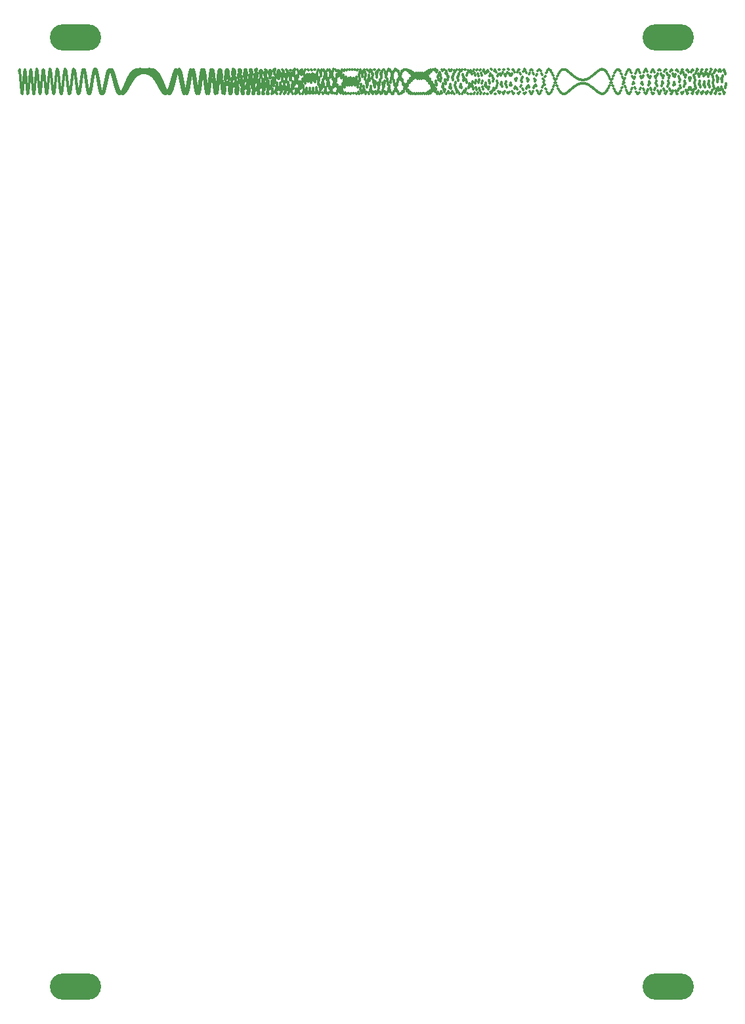
<source format=gts>
G04 Layer: TopSolderMaskLayer*
G04 EasyEDA v6.5.29, 2023-07-16 15:11:24*
G04 6b2ea49bd14843f1a595022ae84b5af3,5a6b42c53f6a479593ecc07194224c93,10*
G04 Gerber Generator version 0.2*
G04 Scale: 100 percent, Rotated: No, Reflected: No *
G04 Dimensions in millimeters *
G04 leading zeros omitted , absolute positions ,4 integer and 5 decimal *
%FSLAX45Y45*%
%MOMM*%

%ADD10C,0.3556*%
%ADD11O,6.6032126X3.4031936000000003*%

%LPD*%
D10*
X254000Y12084850D02*
G01*
X262470Y11935414D01*
X1447800Y11979666D02*
G01*
X1456270Y12112396D01*
X9118600Y11922645D02*
G01*
X9127070Y11975528D01*
X9110129Y12135736D02*
G01*
X9118600Y12098053D01*
X9101670Y11843214D02*
G01*
X9110129Y11857111D01*
X9093200Y12147128D02*
G01*
X9101670Y12159978D01*
X9084729Y11902094D02*
G01*
X9093200Y11865744D01*
X9076270Y12031954D02*
G01*
X9084729Y12083211D01*
X9067800Y12046811D02*
G01*
X9076270Y11992513D01*
X9059329Y11890890D02*
G01*
X9067800Y11935848D01*
X9050870Y12152205D02*
G01*
X9059329Y12126650D01*
X9042400Y11844764D02*
G01*
X9050870Y11845373D01*
X9033929Y12129076D02*
G01*
X9042400Y12153272D01*
X9025470Y11931512D02*
G01*
X9033929Y11888198D01*
X9017000Y11998467D02*
G01*
X9025470Y12051078D01*
X9008529Y12076706D02*
G01*
X9017000Y12026546D01*
X9000070Y11870834D02*
G01*
X9008529Y11907553D01*
X8991600Y12158873D02*
G01*
X9000070Y12143475D01*
X8983129Y11851784D02*
G01*
X8991600Y11842755D01*
X8974670Y12111123D02*
G01*
X8983129Y12142335D01*
X8966200Y11955513D02*
G01*
X8974670Y11909107D01*
X8957729Y11974141D02*
G01*
X8966200Y12025609D01*
X8949270Y12096186D02*
G01*
X8957729Y12050674D01*
X8940800Y11859760D02*
G01*
X8949270Y11889729D01*
X8932329Y12160250D02*
G01*
X8940800Y12151946D01*
X8923870Y11859115D02*
G01*
X8932329Y11844276D01*
X8915400Y12097834D02*
G01*
X8923870Y12132437D01*
X8906929Y11971088D02*
G01*
X8915400Y11924146D01*
X8898470Y11959884D02*
G01*
X8906929Y12009338D01*
X8890000Y12106399D02*
G01*
X8898470Y12064608D01*
X8881529Y11854891D02*
G01*
X8890000Y11880601D01*
X8873070Y12159965D02*
G01*
X8881529Y12155332D01*
X8864600Y11863171D02*
G01*
X8873070Y11846054D01*
X8856129Y12092038D02*
G01*
X8864600Y12127179D01*
X8847670Y11976651D02*
G01*
X8856129Y11930694D01*
X8839200Y11955934D02*
G01*
X8847670Y12003465D01*
X8830729Y12108309D02*
G01*
X8839200Y12068553D01*
X8822270Y11854512D02*
G01*
X8830729Y11878835D01*
X8813800Y12159995D02*
G01*
X8822270Y12155617D01*
X8805329Y11862117D02*
G01*
X8813800Y11845975D01*
X8796870Y12095111D02*
G01*
X8805329Y12128400D01*
X8788400Y11971342D02*
G01*
X8796870Y11927469D01*
X8779929Y11962698D02*
G01*
X8788400Y12008718D01*
X8771470Y12101741D02*
G01*
X8779929Y12062233D01*
X8763000Y11858718D02*
G01*
X8771470Y11884441D01*
X8754529Y12160219D02*
G01*
X8763000Y12152845D01*
X8746070Y11856095D02*
G01*
X8754529Y11844027D01*
X8737600Y12107062D02*
G01*
X8746070Y12136089D01*
X8729129Y11954786D02*
G01*
X8737600Y11914299D01*
X8720670Y11981154D02*
G01*
X8729129Y12025647D01*
X8712200Y12085035D02*
G01*
X8720670Y12044530D01*
X8703729Y11869823D02*
G01*
X8712200Y11899216D01*
X8695270Y12157956D02*
G01*
X8703729Y12144672D01*
X8686800Y11847705D02*
G01*
X8695270Y11842800D01*
X8678329Y12125970D02*
G01*
X8686800Y12147941D01*
X8669870Y11927669D02*
G01*
X8678329Y11892668D01*
X8661400Y12012277D02*
G01*
X8669870Y12054128D01*
X8652929Y12055368D02*
G01*
X8661400Y12013839D01*
X8644470Y11892285D02*
G01*
X8652929Y11926526D01*
X8636000Y12147636D02*
G01*
X8644470Y12126267D01*
X8627529Y11842755D02*
G01*
X8636000Y11847921D01*
X8619070Y12146775D02*
G01*
X8627529Y12158395D01*
X8610600Y11893265D02*
G01*
X8619070Y11867014D01*
X8602129Y12055393D02*
G01*
X8610600Y12091807D01*
X8593670Y12010341D02*
G01*
X8602129Y11969737D01*
X8585200Y11931581D02*
G01*
X8593670Y11969879D01*
X8576729Y12121250D02*
G01*
X8585200Y12091230D01*
X8568270Y11850781D02*
G01*
X8576729Y11867995D01*
X8559800Y12159797D02*
G01*
X8568270Y12157819D01*
X8551329Y11859877D02*
G01*
X8559800Y11846562D01*
X8542870Y12105058D02*
G01*
X8551329Y12131377D01*
X8534400Y11951388D02*
G01*
X8542870Y11916227D01*
X8525929Y11990951D02*
G01*
X8534400Y12029567D01*
X8517470Y12070885D02*
G01*
X8525929Y12034545D01*
X8509000Y11883684D02*
G01*
X8517470Y11912483D01*
X8500529Y12150488D02*
G01*
X8509000Y12133249D01*
X8492070Y11842810D02*
G01*
X8500529Y11846234D01*
X8483600Y12147339D02*
G01*
X8492070Y12157961D01*
X8475129Y11888911D02*
G01*
X8483600Y11865985D01*
X8466670Y12065347D02*
G01*
X8475129Y12097171D01*
X8458200Y11994934D02*
G01*
X8466670Y11958749D01*
X8449729Y11950171D02*
G01*
X8458200Y11985724D01*
X8441270Y12103508D02*
G01*
X8449729Y12073371D01*
X8432800Y11862661D02*
G01*
X8441270Y11883491D01*
X8424329Y12158662D02*
G01*
X8432800Y12149714D01*
X8415870Y11846613D02*
G01*
X8424329Y11842750D01*
X8407400Y12134131D02*
G01*
X8415870Y12150054D01*
X8398929Y11907944D02*
G01*
X8407400Y11882213D01*
X8390470Y12044387D02*
G01*
X8398929Y12076473D01*
X8382000Y12014360D02*
G01*
X8390470Y11980044D01*
X8373529Y11934786D02*
G01*
X8382000Y11967065D01*
X8365070Y12113623D02*
G01*
X8373529Y12087280D01*
X8356600Y11857738D02*
G01*
X8365070Y11875101D01*
X8348129Y12159587D02*
G01*
X8356600Y12153074D01*
X8339670Y11847791D02*
G01*
X8348129Y11842904D01*
X8331200Y12132970D02*
G01*
X8339670Y12148449D01*
X8322729Y11907243D02*
G01*
X8331200Y11883186D01*
X8314270Y12048058D02*
G01*
X8322729Y12077793D01*
X8305800Y12007565D02*
G01*
X8314270Y11975609D01*
X8297329Y11943803D02*
G01*
X8305800Y11974395D01*
X8288870Y12104204D02*
G01*
X8297329Y12078276D01*
X8280400Y11865155D02*
G01*
X8288870Y11883720D01*
X8271929Y12156747D02*
G01*
X8280400Y12147344D01*
X8263470Y11843791D02*
G01*
X8271929Y11843245D01*
X8255000Y12145299D02*
G01*
X8263470Y12155500D01*
X8246529Y11886232D02*
G01*
X8255000Y11867642D01*
X8238070Y12076795D02*
G01*
X8246529Y12101705D01*
X8229600Y11973402D02*
G01*
X8238070Y11944802D01*
X8221129Y11979963D02*
G01*
X8229600Y12009363D01*
X8212670Y12070245D02*
G01*
X8221129Y12042899D01*
X8204200Y11892434D02*
G01*
X8212670Y11915167D01*
X8195729Y12140344D02*
G01*
X8204200Y12124245D01*
X8187270Y11845955D02*
G01*
X8195729Y11854091D01*
X8178800Y12159432D02*
G01*
X8187270Y12159790D01*
X8170329Y11855394D02*
G01*
X8178800Y11846786D01*
X8161870Y12122924D02*
G01*
X8170329Y12138812D01*
X8153400Y11915155D02*
G01*
X8161870Y11893562D01*
X8144929Y12045627D02*
G01*
X8153400Y12070915D01*
X8136470Y12002988D02*
G01*
X8144929Y11976229D01*
X8128000Y11954873D02*
G01*
X8136470Y11980837D01*
X8119529Y12089091D02*
G01*
X8128000Y12066015D01*
X8111070Y11880316D02*
G01*
X8119529Y11898729D01*
X8102600Y12146409D02*
G01*
X8111070Y12133994D01*
X8094129Y11844337D02*
G01*
X8102600Y11849955D01*
X8085670Y12158799D02*
G01*
X8094129Y12160206D01*
X8077200Y11855889D02*
G01*
X8085670Y11847766D01*
X8068729Y12124766D02*
G01*
X8077200Y12138817D01*
X8060270Y11909318D02*
G01*
X8068729Y11890535D01*
X8051800Y12056300D02*
G01*
X8060270Y12078337D01*
X8043329Y11987578D02*
G01*
X8051800Y11963928D01*
X8034870Y11973961D02*
G01*
X8043329Y11997550D01*
X8026400Y12068268D02*
G01*
X8034870Y12046315D01*
X8017929Y11900291D02*
G01*
X8026400Y11919191D01*
X8009470Y12130260D02*
G01*
X8017929Y12115538D01*
X8001000Y11853638D02*
G01*
X8009470Y11863382D01*
X7992529Y12159053D02*
G01*
X8001000Y12154743D01*
X7984070Y11843971D02*
G01*
X7992529Y11842767D01*
X7975600Y12149571D02*
G01*
X7984070Y12156033D01*
X7967129Y11871467D02*
G01*
X7975600Y11860298D01*
X7958670Y12106214D02*
G01*
X7967129Y12121281D01*
X7950200Y11927725D02*
G01*
X7958670Y11909734D01*
X7941729Y12040615D02*
G01*
X7950200Y12060430D01*
X7933270Y11998772D02*
G01*
X7941729Y11978264D01*
X7924800Y11968093D02*
G01*
X7933270Y11988185D01*
X7916329Y12068919D02*
G01*
X7924800Y12050260D01*
X7907870Y11903849D02*
G01*
X7916329Y11920176D01*
X7899400Y12124245D02*
G01*
X7907870Y12110956D01*
X7890929Y11859834D02*
G01*
X7899400Y11869557D01*
X7882470Y12155233D02*
G01*
X7890929Y12149399D01*
X7874000Y11842866D02*
G01*
X7882470Y11844703D01*
X7865529Y12157905D02*
G01*
X7874000Y12160008D01*
X7857070Y11854073D02*
G01*
X7865529Y11848299D01*
X7848600Y12133821D02*
G01*
X7857070Y12142881D01*
X7840129Y11889536D02*
G01*
X7848600Y11877713D01*
X7831670Y12088873D02*
G01*
X7840129Y12102876D01*
X7823200Y11941789D02*
G01*
X7831670Y11926255D01*
X7814729Y12031657D02*
G01*
X7823200Y12048058D01*
X7806270Y12001606D02*
G01*
X7814729Y11984987D01*
X7797800Y11971566D02*
G01*
X7806270Y11987794D01*
X7789329Y12059785D02*
G01*
X7797800Y12044512D01*
X7780870Y11917250D02*
G01*
X7789329Y11931091D01*
X7772400Y12108555D02*
G01*
X7780870Y12096544D01*
X7763929Y11875386D02*
G01*
X7772400Y11885272D01*
X7755470Y12142482D02*
G01*
X7763929Y12134936D01*
X7747000Y11850093D02*
G01*
X7755470Y11855195D01*
X7738529Y12158786D02*
G01*
X7747000Y12156163D01*
X7730070Y11842823D02*
G01*
X7738529Y11843029D01*
X7721600Y12157247D02*
G01*
X7730070Y12159350D01*
X7713129Y11852691D02*
G01*
X7721600Y11848467D01*
X7704670Y12139742D02*
G01*
X7713129Y12145868D01*
X7696200Y11876986D02*
G01*
X7704670Y11869221D01*
X7687729Y12109617D02*
G01*
X7696200Y12118738D01*
X7679270Y11911906D02*
G01*
X7687729Y11901716D01*
X7670800Y12070984D02*
G01*
X7679270Y12081941D01*
X7662329Y11953173D02*
G01*
X7670800Y11941733D01*
X7653870Y12028121D02*
G01*
X7662329Y12039780D01*
X7645400Y11996638D02*
G01*
X7653870Y11985023D01*
X7636929Y11984967D02*
G01*
X7645400Y11996315D01*
X7628470Y12038670D02*
G01*
X7636929Y12027786D01*
X7620000Y11944771D02*
G01*
X7628470Y11955028D01*
X7611529Y12076429D02*
G01*
X7620000Y12066935D01*
X7603070Y11909953D02*
G01*
X7611529Y11918571D01*
X7594600Y12107936D02*
G01*
X7603070Y12100265D01*
X7586129Y11882020D02*
G01*
X7594600Y11888693D01*
X7577670Y12132109D02*
G01*
X7586129Y12126460D01*
X7569200Y11861688D02*
G01*
X7577670Y11866313D01*
X7560729Y12148609D02*
G01*
X7569200Y12144994D01*
X7552270Y11848939D02*
G01*
X7560729Y11851586D01*
X7543800Y12157737D02*
G01*
X7552270Y12156015D01*
X7535329Y11843245D02*
G01*
X7543800Y11844101D01*
X7526870Y12160224D02*
G01*
X7535329Y12160163D01*
X7518400Y11843705D02*
G01*
X7526870Y11843047D01*
X7509929Y12157092D02*
G01*
X7518400Y12158395D01*
X7501470Y11849224D02*
G01*
X7509929Y11847357D01*
X7493000Y12149498D02*
G01*
X7501470Y12151847D01*
X7484529Y11858612D02*
G01*
X7493000Y11855846D01*
X7476070Y12138606D02*
G01*
X7484529Y12141708D01*
X7467600Y11870710D02*
G01*
X7476070Y11867354D01*
X7459129Y12125548D02*
G01*
X7467600Y12129101D01*
X7450670Y11884477D02*
G01*
X7459129Y11880789D01*
X7442200Y12111316D02*
G01*
X7450670Y12115081D01*
X7433729Y11898975D02*
G01*
X7442200Y11895180D01*
X7425270Y12096750D02*
G01*
X7433729Y12100519D01*
X7416800Y11913438D02*
G01*
X7425270Y11909722D01*
X7408329Y12082543D02*
G01*
X7416800Y12086158D01*
X7399870Y11927253D02*
G01*
X7408329Y11923763D01*
X7391400Y12069229D02*
G01*
X7399870Y12072571D01*
X7382929Y11939953D02*
G01*
X7391400Y11936790D01*
X7374470Y12057222D02*
G01*
X7382929Y12060194D01*
X7366000Y11951195D02*
G01*
X7374470Y11948436D01*
X7357529Y12046805D02*
G01*
X7366000Y12049348D01*
X7349070Y11960733D02*
G01*
X7357529Y11958426D01*
X7340600Y12038185D02*
G01*
X7349070Y12040250D01*
X7332129Y11968411D02*
G01*
X7340600Y11966592D01*
X7323670Y12031482D02*
G01*
X7332129Y12033051D01*
X7315200Y11974121D02*
G01*
X7323670Y11972808D01*
X7306729Y12026783D02*
G01*
X7315200Y12027837D01*
X7298270Y11977799D02*
G01*
X7306729Y11977004D01*
X7289800Y12024133D02*
G01*
X7298270Y12024667D01*
X7281329Y11979412D02*
G01*
X7289800Y11979137D01*
X7272870Y12023564D02*
G01*
X7281329Y12023575D01*
X7264400Y11978934D02*
G01*
X7272870Y11979188D01*
X7255929Y12025088D02*
G01*
X7264400Y12024580D01*
X7247470Y11976361D02*
G01*
X7255929Y11977128D01*
X7239000Y12028711D02*
G01*
X7247470Y12027682D01*
X7230529Y11971690D02*
G01*
X7239000Y11972980D01*
X7222070Y12034415D02*
G01*
X7230529Y12032871D01*
X7213600Y11964962D02*
G01*
X7222070Y11966755D01*
X7205129Y12042155D02*
G01*
X7213600Y12040120D01*
X7196670Y11956237D02*
G01*
X7205129Y11958513D01*
X7188200Y12051847D02*
G01*
X7196670Y12049340D01*
X7179729Y11945620D02*
G01*
X7188200Y11948337D01*
X7171270Y12063338D02*
G01*
X7179729Y12060417D01*
X7162800Y11933306D02*
G01*
X7171270Y11936417D01*
X7154329Y12076391D02*
G01*
X7162800Y12073117D01*
X7145870Y11919600D02*
G01*
X7154329Y11923019D01*
X7137400Y12090648D02*
G01*
X7145870Y12087125D01*
X7128929Y11904929D02*
G01*
X7137400Y11908525D01*
X7120470Y12105591D02*
G01*
X7128929Y12101959D01*
X7112000Y11889884D02*
G01*
X7120470Y11893499D01*
X7103529Y12120549D02*
G01*
X7112000Y12116991D01*
X7095070Y11875244D02*
G01*
X7103529Y11878680D01*
X7086600Y12134626D02*
G01*
X7095070Y12131377D01*
X7078129Y11861985D02*
G01*
X7086600Y11864987D01*
X7069670Y12146762D02*
G01*
X7078129Y12144095D01*
X7061200Y11851289D02*
G01*
X7069670Y11853552D01*
X7052729Y12155698D02*
G01*
X7061200Y12153917D01*
X7044270Y11844467D02*
G01*
X7052729Y11845670D01*
X7035800Y12160044D02*
G01*
X7044270Y12159493D01*
X7027329Y11842943D02*
G01*
X7035800Y11842750D01*
X7018870Y12158400D02*
G01*
X7027329Y12159411D01*
X7010400Y11848076D02*
G01*
X7018870Y11846179D01*
X7001929Y12149472D02*
G01*
X7010400Y12152325D01*
X6993470Y11861050D02*
G01*
X7001929Y11857197D01*
X6985000Y12132269D02*
G01*
X6993470Y12137151D01*
X6976529Y11882610D02*
G01*
X6985000Y11876689D01*
X6968070Y12106318D02*
G01*
X6976529Y12113270D01*
X6959600Y11912866D02*
G01*
X6968070Y11904929D01*
X6951129Y12071964D02*
G01*
X6959600Y12080806D01*
X6942670Y11950992D02*
G01*
X6951129Y11941342D01*
X6934200Y12030547D02*
G01*
X6942670Y12040859D01*
X6925729Y11995063D02*
G01*
X6934200Y11984266D01*
X6917270Y11984614D02*
G01*
X6925729Y11995678D01*
X6908800Y12041906D02*
G01*
X6917270Y12030831D01*
X6900329Y11937944D02*
G01*
X6908800Y11948759D01*
X6891870Y12087174D02*
G01*
X6900329Y12076943D01*
X6883400Y11895404D02*
G01*
X6891870Y11904736D01*
X6874929Y12125617D02*
G01*
X6883400Y12117504D01*
X6866470Y11862475D02*
G01*
X6874929Y11869036D01*
X6858000Y12151641D02*
G01*
X6866470Y12146948D01*
X6849529Y11844629D02*
G01*
X6858000Y11847189D01*
X6841070Y12160194D02*
G01*
X6849529Y12159983D01*
X6832600Y11846265D02*
G01*
X6841070Y11843976D01*
X6824129Y12147786D02*
G01*
X6832600Y12152647D01*
X6815670Y11869656D02*
G01*
X6824129Y11862259D01*
X6807200Y12113640D02*
G01*
X6815670Y12123440D01*
X6798729Y11913834D02*
G01*
X6807200Y11901909D01*
X6790270Y12060654D02*
G01*
X6798729Y12074331D01*
X6781800Y11973880D02*
G01*
X6790270Y11958960D01*
X6773329Y11995795D02*
G01*
X6781800Y12011360D01*
X6764870Y12040859D02*
G01*
X6773329Y12025350D01*
X6756400Y11929752D02*
G01*
X6764870Y11944456D01*
X6747929Y12102703D02*
G01*
X6756400Y12089582D01*
X6739470Y11875455D02*
G01*
X6747929Y11886232D01*
X6731000Y12146224D02*
G01*
X6739470Y12138477D01*
X6722529Y11845602D02*
G01*
X6731000Y11849737D01*
X6714070Y12160069D02*
G01*
X6722529Y12159945D01*
X6705600Y11849354D02*
G01*
X6714070Y11845262D01*
X6697129Y12138080D02*
G01*
X6705600Y12146333D01*
X6688670Y11889104D02*
G01*
X6697129Y11877017D01*
X6680200Y12082233D02*
G01*
X6688670Y12097550D01*
X6671729Y11958172D02*
G01*
X6680200Y11940491D01*
X6663270Y12003956D02*
G01*
X6671729Y12022881D01*
X6654800Y12040679D02*
G01*
X6663270Y12021784D01*
X6646329Y11922869D02*
G01*
X6654800Y11940374D01*
X6637870Y12114372D02*
G01*
X6646329Y12099620D01*
X6629400Y11862432D02*
G01*
X6637870Y11873179D01*
X6620929Y12156330D02*
G01*
X6629400Y12150600D01*
X6612470Y11843054D02*
G01*
X6620929Y11843115D01*
X6604000Y12150600D02*
G01*
X6612470Y12156447D01*
X6595529Y11874444D02*
G01*
X6604000Y11862953D01*
X6587070Y12095213D02*
G01*
X6595529Y12111553D01*
X6578600Y11949899D02*
G01*
X6587070Y11930001D01*
X6570129Y12005729D02*
G01*
X6578600Y12027494D01*
X6561670Y12045632D02*
G01*
X6570129Y12024004D01*
X6553200Y11912638D02*
G01*
X6561670Y11932020D01*
X6544729Y12126882D02*
G01*
X6553200Y12111751D01*
X6536270Y11851835D02*
G01*
X6544729Y11861004D01*
X6527800Y12160232D02*
G01*
X6536270Y12158184D01*
X6519329Y11850463D02*
G01*
X6527800Y11844914D01*
X6510870Y12128314D02*
G01*
X6519329Y12141113D01*
X6502400Y11913331D02*
G01*
X6510870Y11894479D01*
X6493929Y12040504D02*
G01*
X6502400Y12063455D01*
X6485470Y12016773D02*
G01*
X6493929Y11992310D01*
X6477000Y11933156D02*
G01*
X6485470Y11956244D01*
X6468529Y12115137D02*
G01*
X6477000Y12096328D01*
X6460070Y11856298D02*
G01*
X6468529Y11868317D01*
X6451600Y12160008D02*
G01*
X6460070Y12156554D01*
X6443129Y11850303D02*
G01*
X6451600Y11844467D01*
X6434670Y12125058D02*
G01*
X6443129Y12139686D01*
X6426200Y11922787D02*
G01*
X6434670Y11901109D01*
X6417729Y12023885D02*
G01*
X6426200Y12049770D01*
X6409270Y12039229D02*
G01*
X6417729Y12012736D01*
X6400800Y11908556D02*
G01*
X6409270Y11931774D01*
X6392329Y12136368D02*
G01*
X6400800Y12120003D01*
X6383870Y11844827D02*
G01*
X6392329Y11851617D01*
X6375400Y12155848D02*
G01*
X6383870Y12159957D01*
X6366929Y11873997D02*
G01*
X6375400Y11859313D01*
X6358470Y12081253D02*
G01*
X6366929Y12104408D01*
X6350000Y11983138D02*
G01*
X6358470Y11955114D01*
X6341529Y11954786D02*
G01*
X6350000Y11983057D01*
X6333070Y12105866D02*
G01*
X6341529Y12082238D01*
X6324600Y11857230D02*
G01*
X6333070Y11871926D01*
X6316129Y12160250D02*
G01*
X6324600Y12157379D01*
X6307670Y11857067D02*
G01*
X6316129Y11847271D01*
X6299200Y12104644D02*
G01*
X6307670Y12125622D01*
X6290729Y11959536D02*
G01*
X6299200Y11931086D01*
X6282270Y11973638D02*
G01*
X6290729Y12004240D01*
X6273800Y12094331D02*
G01*
X6282270Y12067573D01*
X6265329Y11861713D02*
G01*
X6273800Y11879138D01*
X6256870Y12160138D02*
G01*
X6265329Y12155858D01*
X6248400Y11856788D02*
G01*
X6256870Y11846699D01*
X6239929Y12101563D02*
G01*
X6248400Y12124240D01*
X6231470Y11968007D02*
G01*
X6239929Y11937337D01*
X6223000Y11960529D02*
G01*
X6231470Y11992632D01*
X6214529Y12108413D02*
G01*
X6223000Y12082053D01*
X6206070Y11852361D02*
G01*
X6214529Y11866834D01*
X6197600Y12158769D02*
G01*
X6206070Y12159823D01*
X6189129Y11872986D02*
G01*
X6197600Y11856280D01*
X6180670Y12070308D02*
G01*
X6189129Y12099030D01*
X6172200Y12009592D02*
G01*
X6180670Y11975597D01*
X6163729Y11917895D02*
G01*
X6172200Y11948845D01*
X6155270Y12140184D02*
G01*
X6163729Y12120178D01*
X6146800Y11842750D02*
G01*
X6155270Y11846433D01*
X6138329Y12139221D02*
G01*
X6146800Y12153198D01*
X6129870Y11921337D02*
G01*
X6138329Y11893016D01*
X6121400Y12002157D02*
G01*
X6129870Y12037504D01*
X6112929Y12081129D02*
G01*
X6121400Y12048281D01*
X6104470Y11863064D02*
G01*
X6112929Y11884197D01*
X6096000Y12160194D02*
G01*
X6104470Y12157001D01*
X6087529Y11867796D02*
G01*
X6096000Y11851746D01*
X6079070Y12071182D02*
G01*
X6087529Y12102205D01*
X6070600Y12016867D02*
G01*
X6079070Y11979747D01*
X6062129Y11905089D02*
G01*
X6070600Y11937255D01*
X6053670Y12150186D02*
G01*
X6062129Y12132909D01*
X6045200Y11846123D02*
G01*
X6053670Y11842836D01*
X6036729Y12114875D02*
G01*
X6045200Y12138111D01*
X6028270Y11966519D02*
G01*
X6036729Y11930359D01*
X6019800Y11946247D02*
G01*
X6028270Y11983857D01*
X6011329Y12129472D02*
G01*
X6019800Y12102777D01*
X6002870Y11842922D02*
G01*
X6011329Y11849564D01*
X5994400Y12137318D02*
G01*
X6002870Y12153379D01*
X5985929Y11935142D02*
G01*
X5994400Y11901457D01*
X5977470Y11974865D02*
G01*
X5985929Y12014758D01*
X5969000Y12112327D02*
G01*
X5977470Y12080242D01*
X5960529Y11845589D02*
G01*
X5969000Y11858190D01*
X5952070Y12146211D02*
G01*
X5960529Y12158047D01*
X5943600Y11921319D02*
G01*
X5952070Y11888942D01*
X5935129Y11986821D02*
G01*
X5943600Y12027992D01*
X5926670Y12106064D02*
G01*
X5935129Y12071586D01*
X5918200Y11846600D02*
G01*
X5926670Y11860999D01*
X5909729Y12146793D02*
G01*
X5918200Y12158477D01*
X5901270Y11923148D02*
G01*
X5909729Y11889531D01*
X5892800Y11981197D02*
G01*
X5901270Y12023656D01*
X5884329Y12112823D02*
G01*
X5892800Y12078624D01*
X5875870Y11844307D02*
G01*
X5884329Y11856013D01*
X5867400Y12139444D02*
G01*
X5875870Y12155525D01*
X5858929Y11941045D02*
G01*
X5867400Y11903496D01*
X5850470Y11958203D02*
G01*
X5858929Y12001505D01*
X5842000Y12130415D02*
G01*
X5850470Y12100062D01*
X5833529Y11842973D02*
G01*
X5842000Y11846806D01*
X5825070Y12119434D02*
G01*
X5833529Y12144281D01*
X5816600Y11977415D02*
G01*
X5825070Y11934601D01*
X5808129Y11920253D02*
G01*
X5816600Y11961761D01*
X5799670Y12151197D02*
G01*
X5808129Y12130217D01*
X5791200Y11852889D02*
G01*
X5799670Y11843158D01*
X5782729Y12078754D02*
G01*
X5791200Y12115081D01*
X5774270Y12032978D02*
G01*
X5782729Y11987062D01*
X5765800Y11875975D02*
G01*
X5774270Y11909300D01*
X5757329Y12159983D02*
G01*
X5765800Y12155858D01*
X5748870Y11888607D02*
G01*
X5757329Y11860999D01*
X5740400Y12011812D02*
G01*
X5748870Y12057725D01*
X5731929Y12099546D02*
G01*
X5740400Y12058469D01*
X5723470Y11845030D02*
G01*
X5731929Y11859963D01*
X5715000Y12135142D02*
G01*
X5723470Y12154570D01*
X5706529Y11961274D02*
G01*
X5715000Y11917225D01*
X5698070Y11926379D02*
G01*
X5706529Y11971845D01*
X5689600Y12151984D02*
G01*
X5698070Y12129703D01*
X5681129Y11857476D02*
G01*
X5689600Y11844009D01*
X5672670Y12059450D02*
G01*
X5681129Y12101741D01*
X5664200Y12062426D02*
G01*
X5672670Y12014596D01*
X5655729Y11855566D02*
G01*
X5664200Y11881899D01*
X5647270Y12149378D02*
G01*
X5655729Y12159983D01*
X5638800Y11937187D02*
G01*
X5647270Y11895261D01*
X5630329Y11944233D02*
G01*
X5638800Y11993346D01*
X5621870Y12147034D02*
G01*
X5630329Y12119775D01*
X5613400Y11854340D02*
G01*
X5621870Y11843072D01*
X5604929Y12061291D02*
G01*
X5613400Y12104804D01*
X5596470Y12066036D02*
G01*
X5604929Y12016506D01*
X5588000Y11851982D02*
G01*
X5596470Y11876900D01*
X5579529Y12142937D02*
G01*
X5588000Y12158601D01*
X5571070Y11957540D02*
G01*
X5579529Y11910651D01*
X5562600Y11919483D02*
G01*
X5571070Y11967994D01*
X5554129Y12157092D02*
G01*
X5562600Y12138347D01*
X5545670Y11873527D02*
G01*
X5554129Y11849831D01*
X5537200Y12017349D02*
G01*
X5545670Y12068398D01*
X5528729Y12108804D02*
G01*
X5537200Y12064156D01*
X5520270Y11842780D02*
G01*
X5528729Y11850794D01*
X5511800Y12103844D02*
G01*
X5520270Y12138433D01*
X5503329Y12026130D02*
G01*
X5511800Y11972223D01*
X5494870Y11866481D02*
G01*
X5503329Y11902412D01*
X5486400Y12152584D02*
G01*
X5494870Y12160163D01*
X5477929Y11941403D02*
G01*
X5486400Y11895137D01*
X5469470Y11927197D02*
G01*
X5477929Y11979412D01*
X5461000Y12156968D02*
G01*
X5469470Y12136610D01*
X5444070Y12001505D02*
G01*
X5452529Y12056275D01*
X5435600Y12125281D02*
G01*
X5444070Y12083188D01*
X5427129Y11846664D02*
G01*
X5435600Y11844144D01*
X5418670Y12069757D02*
G01*
X5427129Y12115528D01*
X5410200Y12072566D02*
G01*
X5418670Y12018248D01*
X5401729Y11845709D02*
G01*
X5410200Y11866438D01*
X5393270Y12120338D02*
G01*
X5401729Y12149886D01*
X5384800Y12013704D02*
G01*
X5393270Y11956689D01*
X5376329Y11867517D02*
G01*
X5384800Y11906697D01*
X5367870Y12149714D02*
G01*
X5376329Y12160250D01*
X5359400Y11959579D02*
G01*
X5367870Y11907334D01*
X5350929Y11902318D02*
G01*
X5359400Y11953750D01*
X5342470Y12160044D02*
G01*
X5350929Y12152195D01*
X5334000Y11916067D02*
G01*
X5342470Y11873240D01*
X5325529Y11941411D02*
G01*
X5334000Y11999236D01*
X5317070Y12156381D02*
G01*
X5325529Y12132810D01*
X5308600Y11884781D02*
G01*
X5317070Y11853367D01*
X5300129Y11978581D02*
G01*
X5308600Y12038266D01*
X5291670Y12144430D02*
G01*
X5300129Y12108601D01*
X5283200Y11864558D02*
G01*
X5291670Y11844505D01*
X5274729Y12010237D02*
G01*
X5283200Y12068868D01*
X5266270Y12129244D02*
G01*
X5274729Y12084527D01*
X5257800Y11852894D02*
G01*
X5266270Y11842805D01*
X5249329Y12034824D02*
G01*
X5257800Y12091045D01*
X5240870Y12114629D02*
G01*
X5249329Y12063884D01*
X5232400Y11847004D02*
G01*
X5240870Y11844746D01*
X5223929Y12052094D02*
G01*
X5232400Y12105792D01*
X5215470Y12103155D02*
G01*
X5223929Y12048561D01*
X5207000Y11844492D02*
G01*
X5215470Y11847573D01*
X5198529Y12062371D02*
G01*
X5207000Y12114324D01*
X5190070Y12096353D02*
G01*
X5198529Y12039518D01*
X5181600Y11843679D02*
G01*
X5190070Y11849460D01*
X5173129Y12066066D02*
G01*
X5181600Y12117616D01*
X5164670Y12094982D02*
G01*
X5173129Y12037156D01*
X5156200Y11843748D02*
G01*
X5164670Y11849491D01*
X5147729Y12063361D02*
G01*
X5156200Y12116092D01*
X5139270Y12099193D02*
G01*
X5147729Y12041571D01*
X5130800Y11844784D02*
G01*
X5139270Y11847649D01*
X5122329Y12054098D02*
G01*
X5130800Y12109531D01*
X5113870Y12108555D02*
G01*
X5122329Y12052622D01*
X5105400Y11847766D02*
G01*
X5113870Y11844820D01*
X5096929Y12037857D02*
G01*
X5105400Y12097115D01*
X5088470Y12121956D02*
G01*
X5096929Y12069787D01*
X5080000Y11854555D02*
G01*
X5088470Y11842818D01*
X5071529Y12014225D02*
G01*
X5080000Y12077618D01*
X5063070Y12137354D02*
G01*
X5071529Y12091880D01*
X5054600Y11867715D02*
G01*
X5063070Y11844431D01*
X5046129Y11983305D02*
G01*
X5054600Y12049856D01*
X5037670Y12151481D02*
G01*
X5046129Y12116600D01*
X5029200Y11890120D02*
G01*
X5037670Y11853255D01*
X5020729Y11946420D02*
G01*
X5029200Y12013331D01*
X5012270Y12159747D02*
G01*
X5020729Y12140046D01*
X5003800Y11924202D02*
G01*
X5012270Y11873260D01*
X4995329Y11906920D02*
G01*
X5003800Y11969211D01*
X4986870Y12156455D02*
G01*
X4995329Y12156567D01*
X4978400Y11970748D02*
G01*
X4986870Y11907799D01*
X4969929Y11870847D02*
G01*
X4978400Y11921418D01*
X4961470Y12135792D02*
G01*
X4969929Y12159046D01*
X4953000Y12027296D02*
G01*
X4961470Y11957979D01*
X4944529Y11846966D02*
G01*
X4953000Y11877408D01*
X4936070Y12093785D02*
G01*
X4944529Y12140313D01*
X4927600Y12086643D02*
G01*
X4936070Y12020610D01*
X4919129Y11845508D02*
G01*
X4927600Y11848089D01*
X4910670Y12031124D02*
G01*
X4919129Y12095800D01*
X4902200Y12136244D02*
G01*
X4910670Y12086338D01*
X4893729Y11875046D02*
G01*
X4902200Y11845851D01*
X4885270Y11956138D02*
G01*
X4893729Y12027265D01*
X4876800Y12159914D02*
G01*
X4885270Y12139345D01*
X4868329Y11937616D02*
G01*
X4876800Y11880166D01*
X4859870Y11886283D02*
G01*
X4868329Y11946333D01*
X4851400Y12142843D02*
G01*
X4859870Y12160237D01*
X4842929Y12023364D02*
G01*
X4851400Y11951251D01*
X4834470Y11845645D02*
G01*
X4842929Y11875411D01*
X4826000Y12079803D02*
G01*
X4834470Y12133249D01*
X4817529Y12108017D02*
G01*
X4826000Y12043971D01*
X4809070Y11856615D02*
G01*
X4817529Y11842910D01*
X4800600Y11983821D02*
G01*
X4809070Y12056833D01*
X4792129Y12157303D02*
G01*
X4800600Y12126719D01*
X4783670Y11926470D02*
G01*
X4792129Y11871195D01*
X4775200Y11889389D02*
G01*
X4783670Y11952759D01*
X4766729Y12141212D02*
G01*
X4775200Y12160211D01*
X4758270Y12034652D02*
G01*
X4766729Y11959983D01*
X4749800Y11843128D02*
G01*
X4758270Y11865780D01*
X4741329Y12054928D02*
G01*
X4749800Y12117697D01*
X4732870Y12131390D02*
G01*
X4741329Y12074649D01*
X4724400Y11879473D02*
G01*
X4732870Y11846346D01*
X4715929Y11934626D02*
G01*
X4724400Y12009028D01*
X4707470Y12157664D02*
G01*
X4715929Y12153013D01*
X4699000Y11990641D02*
G01*
X4707470Y11918025D01*
X4690529Y11850438D02*
G01*
X4699000Y11890809D01*
X4682070Y12084687D02*
G01*
X4690529Y12138378D01*
X4673600Y12113734D02*
G01*
X4682070Y12047761D01*
X4665129Y11866686D02*
G01*
X4673600Y11843085D01*
X4656670Y11949689D02*
G01*
X4665129Y12026793D01*
X4648200Y12159226D02*
G01*
X4656670Y12148908D01*
X4639729Y11985630D02*
G01*
X4648200Y11912450D01*
X4631270Y11850260D02*
G01*
X4639729Y11891540D01*
X4622800Y12079343D02*
G01*
X4631270Y12135998D01*
X4614329Y12121784D02*
G01*
X4622800Y12057428D01*
X4605870Y11876702D02*
G01*
X4614329Y11844909D01*
X4597400Y11928505D02*
G01*
X4605870Y12005431D01*
X4588929Y12153417D02*
G01*
X4597400Y12156777D01*
X4580470Y12019899D02*
G01*
X4588929Y11941243D01*
X4572000Y11843011D02*
G01*
X4580470Y11867337D01*
X4563529Y12036953D02*
G01*
X4572000Y12107788D01*
X4555070Y12148431D02*
G01*
X4563529Y12100420D01*
X4546600Y11919031D02*
G01*
X4555070Y11863207D01*
X4538129Y11879994D02*
G01*
X4546600Y11945726D01*
X4529670Y12120450D02*
G01*
X4538129Y12156770D01*
X4521200Y12088644D02*
G01*
X4529670Y12011906D01*
X4512729Y11858104D02*
G01*
X4521200Y11843176D01*
X4504270Y11952937D02*
G01*
X4512729Y12034199D01*
X4495800Y12157583D02*
G01*
X4504270Y12151357D01*
X4487329Y12011192D02*
G01*
X4495800Y11931004D01*
X4478870Y11843004D02*
G01*
X4487329Y11868609D01*
X4470400Y12028103D02*
G01*
X4478870Y12102845D01*
X4461929Y12154265D02*
G01*
X4470400Y12111997D01*
X4453470Y11942998D02*
G01*
X4461929Y11876725D01*
X4445000Y11860268D02*
G01*
X4453470Y11916072D01*
X4436529Y12086635D02*
G01*
X4445000Y12142670D01*
X4428070Y12127618D02*
G01*
X4436529Y12061416D01*
X4419600Y11895137D02*
G01*
X4428070Y11850029D01*
X4411129Y11892117D02*
G01*
X4419600Y11965899D01*
X4402670Y12124054D02*
G01*
X4411129Y12158383D01*
X4394200Y12094077D02*
G01*
X4402670Y12015111D01*
X4385729Y11867126D02*
G01*
X4394200Y11842793D01*
X4377270Y11924624D02*
G01*
X4385729Y12006907D01*
X4368800Y12144120D02*
G01*
X4377270Y12159660D01*
X4360329Y12064621D02*
G01*
X4368800Y11980379D01*
X4351870Y11853397D02*
G01*
X4360329Y11845185D01*
X4343400Y11949640D02*
G01*
X4351870Y12034961D01*
X4334929Y12153044D02*
G01*
X4343400Y12155543D01*
X4326470Y12044939D02*
G01*
X4334929Y11959033D01*
X4318000Y11847964D02*
G01*
X4326470Y11849483D01*
X4309529Y11963450D02*
G01*
X4318000Y12049732D01*
X4301070Y12155990D02*
G01*
X4309529Y12152195D01*
X4292600Y12037293D02*
G01*
X4301070Y11950644D01*
X4284129Y11846854D02*
G01*
X4292600Y11851165D01*
X4275670Y11964789D02*
G01*
X4284129Y12051883D01*
X4267200Y12155548D02*
G01*
X4275670Y12152505D01*
X4258729Y12042279D02*
G01*
X4267200Y11954700D01*
X4250270Y11848962D02*
G01*
X4258729Y11848919D01*
X4241800Y11953557D02*
G01*
X4250270Y12041548D01*
X4233329Y12151271D02*
G01*
X4241800Y12156244D01*
X4224870Y12059549D02*
G01*
X4233329Y11971479D01*
X4216400Y11856280D02*
G01*
X4224870Y11844535D01*
X4207929Y11930669D02*
G01*
X4216400Y12018114D01*
X4199470Y12139719D02*
G01*
X4207929Y12160013D01*
X4191000Y12087324D02*
G01*
X4199470Y12001672D01*
X4182529Y11873532D02*
G01*
X4191000Y11843054D01*
X4174070Y11899173D02*
G01*
X4182529Y11981289D01*
X4165600Y12115154D02*
G01*
X4174070Y12157130D01*
X4157129Y12120798D02*
G01*
X4165600Y12044573D01*
X4148670Y11906976D02*
G01*
X4157129Y11852709D01*
X4140200Y11866158D02*
G01*
X4148670Y11933516D01*
X4131729Y12071555D02*
G01*
X4140200Y12138136D01*
X4123270Y12150135D02*
G01*
X4131729Y12095137D01*
X4114800Y11961352D02*
G01*
X4123270Y11883496D01*
X4106329Y11844467D02*
G01*
X4114800Y11883306D01*
X4097870Y12006844D02*
G01*
X4106329Y12093575D01*
X4089400Y12159673D02*
G01*
X4097870Y12140717D01*
X4080929Y12034428D02*
G01*
X4089400Y11942792D01*
X4072470Y11851728D02*
G01*
X4080929Y11847728D01*
X4064000Y11929292D02*
G01*
X4072470Y12020227D01*
X4055529Y12131476D02*
G01*
X4064000Y12160219D01*
X4047070Y12110410D02*
G01*
X4055529Y12027253D01*
X4038600Y11903534D02*
G01*
X4047070Y11850377D01*
X4030129Y11862965D02*
G01*
X4038600Y11930341D01*
X4021670Y12055965D02*
G01*
X4030129Y12130384D01*
X4013200Y12157539D02*
G01*
X4021670Y12113963D01*
X4004729Y11999163D02*
G01*
X4013200Y11909971D01*
X3996270Y11844797D02*
G01*
X4004729Y11857893D01*
X3987800Y11948342D02*
G01*
X3996270Y12042470D01*
X3979329Y12138687D02*
G01*
X3987800Y12159785D01*
X3970870Y12105965D02*
G01*
X3979329Y12019414D01*
X3962400Y11904619D02*
G01*
X3970870Y11850215D01*
X3953929Y11858909D02*
G01*
X3962400Y11924289D01*
X3945470Y12040567D02*
G01*
X3953929Y12121573D01*
X3937000Y12160138D02*
G01*
X3945470Y12128129D01*
X3928529Y12029894D02*
G01*
X3937000Y11935040D01*
X3920070Y11855394D02*
G01*
X3928529Y11846278D01*
X3911600Y11908109D02*
G01*
X3920070Y11999186D01*
X3903129Y12104923D02*
G01*
X3911600Y12155487D01*
X3894670Y12142886D02*
G01*
X3903129Y12075053D01*
X3886200Y11965396D02*
G01*
X3894670Y11882475D01*
X3877729Y11842780D02*
G01*
X3886200Y11870585D01*
X3869270Y11958942D02*
G01*
X3877729Y12055866D01*
X3860800Y12138507D02*
G01*
X3869270Y12159566D01*
X3852329Y12114590D02*
G01*
X3860800Y12028251D01*
X3843870Y11924078D02*
G01*
X3852329Y11857639D01*
X3835400Y11847141D02*
G01*
X3843870Y11898157D01*
X3826929Y11994667D02*
G01*
X3835400Y12089079D01*
X3818470Y12151834D02*
G01*
X3826929Y12153082D01*
X3810000Y12093252D02*
G01*
X3818470Y11999310D01*
X3801529Y11904141D02*
G01*
X3810000Y11848901D01*
X3793070Y11852963D02*
G01*
X3801529Y11914832D01*
X3784600Y12010387D02*
G01*
X3793070Y12102541D01*
X3776129Y12155164D02*
G01*
X3784600Y12148845D01*
X3767670Y12087014D02*
G01*
X3776129Y11990771D01*
X3759200Y11901462D02*
G01*
X3767670Y11847736D01*
X3750729Y11852722D02*
G01*
X3759200Y11915117D01*
X3742270Y12005604D02*
G01*
X3750729Y12099602D01*
X3733800Y12152690D02*
G01*
X3742270Y12151593D01*
X3725329Y12097666D02*
G01*
X3733800Y12002747D01*
X3716870Y11915297D02*
G01*
X3725329Y11852516D01*
X3708400Y11846674D02*
G01*
X3716870Y11898919D01*
X3699929Y11980359D02*
G01*
X3708400Y12079429D01*
X3691470Y12141187D02*
G01*
X3699929Y12158395D01*
X3683000Y12121995D02*
G01*
X3691470Y12034992D01*
X3674529Y11948995D02*
G01*
X3683000Y11868993D01*
X3666070Y11842874D02*
G01*
X3674529Y11871548D01*
X3657600Y11936450D02*
G01*
X3666070Y12037819D01*
X3649129Y12111007D02*
G01*
X3657600Y12158339D01*
X3640670Y12149584D02*
G01*
X3649129Y12084011D01*
X3632200Y12006112D02*
G01*
X3640670Y11908259D01*
X3623729Y11857334D02*
G01*
X3632200Y11846793D01*
X3615270Y11883285D02*
G01*
X3623729Y11972975D01*
X3606800Y12051073D02*
G01*
X3615270Y12133176D01*
X3598329Y12159444D02*
G01*
X3606800Y12135916D01*
X3589870Y12080981D02*
G01*
X3598329Y11979546D01*
X3581400Y11909554D02*
G01*
X3589870Y11849323D01*
X3572929Y11845422D02*
G01*
X3581400Y11896656D01*
X3564470Y11961421D02*
G01*
X3572929Y12065012D01*
X3556000Y12122980D02*
G01*
X3564470Y12160168D01*
X3547529Y12146323D02*
G01*
X3556000Y12074735D01*
X3539070Y12006658D02*
G01*
X3547529Y11906943D01*
X3530600Y11861594D02*
G01*
X3539070Y11845305D01*
X3522129Y11871721D02*
G01*
X3530600Y11957011D01*
X3513670Y12024245D02*
G01*
X3522129Y12117349D01*
X3505200Y12151611D02*
G01*
X3513670Y12150948D01*
X3496729Y12116668D02*
G01*
X3505200Y12022869D01*
X3488270Y11958607D02*
G01*
X3496729Y11872229D01*
X3479800Y11846471D02*
G01*
X3488270Y11859399D01*
X3471329Y11897680D02*
G01*
X3479800Y11996346D01*
X3462870Y12056976D02*
G01*
X3471329Y12138291D01*
X3454400Y12158489D02*
G01*
X3462870Y12138174D01*
X3445929Y12098875D02*
G01*
X3454400Y11997743D01*
X3437470Y11940555D02*
G01*
X3445929Y11861545D01*
X3429000Y11844040D02*
G01*
X3437470Y11866910D01*
X3420529Y11904891D02*
G01*
X3429000Y12006808D01*
X3412070Y12061080D02*
G01*
X3420529Y12141027D01*
X3403600Y12158413D02*
G01*
X3412070Y12137844D01*
X3395129Y12103094D02*
G01*
X3403600Y12002002D01*
X3386670Y11950204D02*
G01*
X3395129Y11866097D01*
X3378200Y11846694D02*
G01*
X3386670Y11859983D01*
X3369729Y11889742D02*
G01*
X3378200Y11987844D01*
X3361270Y12037237D02*
G01*
X3369729Y12128103D01*
X3352800Y12151116D02*
G01*
X3361270Y12150272D01*
X3344329Y12127209D02*
G01*
X3352800Y12035426D01*
X3335870Y11989005D02*
G01*
X3344329Y11890027D01*
X3327400Y11862531D02*
G01*
X3335870Y11845800D01*
X3318929Y11860535D02*
G01*
X3327400Y11941014D01*
X3310470Y11983168D02*
G01*
X3318929Y12089495D01*
X3302000Y12121431D02*
G01*
X3310470Y12160244D01*
X3293529Y12155215D02*
G01*
X3302000Y12092792D01*
X3285070Y12056894D02*
G01*
X3293529Y11947017D01*
X3276600Y11911837D02*
G01*
X3285070Y11848195D01*
X3268129Y11842780D02*
G01*
X3276600Y11879077D01*
X3259670Y11906262D02*
G01*
X3268129Y12012109D01*
X3251200Y12048096D02*
G01*
X3259670Y12135878D01*
X3242729Y12151332D02*
G01*
X3251200Y12149167D01*
X3234270Y12133026D02*
G01*
X3242729Y12042719D01*
X3225800Y12009523D02*
G01*
X3234270Y11903613D01*
X3217329Y11880136D02*
G01*
X3225800Y11842767D01*
X3208870Y11846407D02*
G01*
X3217329Y11906900D01*
X3200400Y11933143D02*
G01*
X3208870Y12044349D01*
X3191929Y12072020D02*
G01*
X3200400Y12148276D01*
X3183470Y12156757D02*
G01*
X3191929Y12140003D01*
X3175000Y12124438D02*
G01*
X3183470Y12027390D01*
X3166529Y12000811D02*
G01*
X3175000Y11895942D01*
X3158070Y11878208D02*
G01*
X3166529Y11842892D01*
X3149600Y11845864D02*
G01*
X3158070Y11905802D01*
X3141129Y11925716D02*
G01*
X3149600Y12037517D01*
X3132670Y12059196D02*
G01*
X3141129Y12142955D01*
X3124200Y12151464D02*
G01*
X3132670Y12148058D01*
X3115729Y12138855D02*
G01*
X3124200Y12050786D01*
X3107270Y12031687D02*
G01*
X3115729Y11919910D01*
X3098800Y11904426D02*
G01*
X3107270Y11845335D01*
X3090329Y11843128D02*
G01*
X3098800Y11876539D01*
X3081870Y11887565D02*
G01*
X3090329Y11991032D01*
X3073400Y12006808D02*
G01*
X3081870Y12111906D01*
X3064929Y12122043D02*
G01*
X3073400Y12160189D01*
X3056470Y12159195D02*
G01*
X3064929Y12105896D01*
X3048000Y12095906D02*
G01*
X3056470Y11985315D01*
X3039529Y11973600D02*
G01*
X3048000Y11875505D01*
X3031070Y11869204D02*
G01*
X3039529Y11844665D01*
X3022600Y11846501D02*
G01*
X3031070Y11910474D01*
X3014129Y11917890D02*
G01*
X3022600Y12031291D01*
X3005670Y12039010D02*
G01*
X3014129Y12133615D01*
X2997200Y12137323D02*
G01*
X3005670Y12157031D01*
X2988729Y12155741D02*
G01*
X2997200Y12089165D01*
X2980270Y12084992D02*
G01*
X2988729Y11970877D01*
X2971800Y11966996D02*
G01*
X2980270Y11870717D01*
X2963329Y11869044D02*
G01*
X2971800Y11844939D01*
X2954870Y11845287D02*
G01*
X2963329Y11906620D01*
X2946400Y11907446D02*
G01*
X2954870Y12020227D01*
X2937929Y12020278D02*
G01*
X2946400Y12123036D01*
X2929470Y12122442D02*
G01*
X2937929Y12160051D01*
X2921000Y12160138D02*
G01*
X2929470Y12112835D01*
X2912529Y12114870D02*
G01*
X2921000Y12007644D01*
X2904070Y12011497D02*
G01*
X2912529Y11899861D01*
X2895600Y11903621D02*
G01*
X2904070Y11844474D01*
X2887129Y11845434D02*
G01*
X2895600Y11868348D01*
X2878670Y11864781D02*
G01*
X2887129Y11958147D01*
X2870200Y11950743D02*
G01*
X2878670Y12068639D01*
X2861729Y12060633D02*
G01*
X2870200Y12146069D01*
X2853270Y12141794D02*
G01*
X2861729Y12154184D01*
X2844800Y12156757D02*
G01*
X2853270Y12090524D01*
X2836329Y12099912D02*
G01*
X2844800Y11985995D01*
X2827870Y11998579D02*
G01*
X2836329Y11889196D01*
X2819400Y11899186D02*
G01*
X2827870Y11843575D01*
X2810929Y11845714D02*
G01*
X2819400Y11868373D01*
X2802470Y11860573D02*
G01*
X2810929Y11951307D01*
X2794000Y11935973D02*
G01*
X2802470Y12055375D01*
X2785529Y12038675D02*
G01*
X2794000Y12135865D01*
X2777070Y12125182D02*
G01*
X2785529Y12159518D01*
X2768600Y12160194D02*
G01*
X2777070Y12117748D01*
X2760129Y12130608D02*
G01*
X2768600Y12028952D01*
X2751670Y12049620D02*
G01*
X2760129Y11929739D01*
X2743200Y11950235D02*
G01*
X2751670Y11859529D01*
X2734729Y11871398D02*
G01*
X2743200Y11845008D01*
X2726270Y11842775D02*
G01*
X2734729Y11890524D01*
X2717800Y11874004D02*
G01*
X2726270Y11977570D01*
X2709329Y11952201D02*
G01*
X2717800Y12072894D01*
X2700870Y12047804D02*
G01*
X2709329Y12141454D01*
X2692400Y12126125D02*
G01*
X2700870Y12159178D01*
X2683929Y12159902D02*
G01*
X2692400Y12120946D01*
X2675470Y12138433D02*
G01*
X2683929Y12041380D01*
X2667000Y12070339D02*
G01*
X2675470Y11948728D01*
X2658529Y11979615D02*
G01*
X2667000Y11874555D01*
X2650070Y11896811D02*
G01*
X2658529Y11843047D01*
X2641600Y11848665D02*
G01*
X2650070Y11863468D01*
X2633129Y11849745D02*
G01*
X2641600Y11928010D01*
X2624670Y11898510D02*
G01*
X2633129Y12015228D01*
X2616200Y11978716D02*
G01*
X2624670Y12097512D01*
X2607729Y12065205D02*
G01*
X2616200Y12149886D01*
X2599270Y12131992D02*
G01*
X2607729Y12157402D01*
X2590800Y12159978D02*
G01*
X2599270Y12118980D01*
X2582329Y12142073D02*
G01*
X2590800Y12046905D01*
X2573870Y12084545D02*
G01*
X2582329Y11962526D01*
X2565400Y12004420D02*
G01*
X2573870Y11889717D01*
X2556929Y11924164D02*
G01*
X2565400Y11848144D01*
X2548470Y11865315D02*
G01*
X2556929Y11848157D01*
X2540000Y11842793D02*
G01*
X2548470Y11888657D01*
X2531529Y11861421D02*
G01*
X2540000Y11958035D01*
X2523070Y11915366D02*
G01*
X2531529Y12037857D01*
X2514600Y11990237D02*
G01*
X2523070Y12107905D01*
X2506129Y12067176D02*
G01*
X2514600Y12151283D01*
X2497670Y12127717D02*
G01*
X2506129Y12158327D01*
X2489200Y12158124D02*
G01*
X2497670Y12128400D01*
X2480729Y12152251D02*
G01*
X2489200Y12069478D01*
X2472270Y12112482D02*
G01*
X2480729Y11995739D01*
X2463800Y12048596D02*
G01*
X2472270Y11923974D01*
X2455329Y11975144D02*
G01*
X2463800Y11869732D01*
X2446870Y11907987D02*
G01*
X2455329Y11844040D01*
X2438400Y11860888D02*
G01*
X2446870Y11851401D01*
X2429929Y11842818D02*
G01*
X2438400Y11889303D01*
X2421470Y11856478D02*
G01*
X2429929Y11949224D01*
X2413000Y11898218D02*
G01*
X2421470Y12018751D01*
X2404529Y11959196D02*
G01*
X2413000Y12084265D01*
X2396070Y12027408D02*
G01*
X2404529Y12133615D01*
X2387600Y12090189D02*
G01*
X2396070Y12158271D01*
X2379129Y12136493D02*
G01*
X2387600Y12154626D01*
X2370670Y12158804D02*
G01*
X2379129Y12124245D01*
X2362200Y12154105D02*
G01*
X2370670Y12073216D01*
X2353729Y12124098D02*
G01*
X2362200Y12010783D01*
X2345270Y12074519D02*
G01*
X2353729Y11947530D01*
X2336800Y12013933D02*
G01*
X2345270Y11893593D01*
X2328329Y11952119D02*
G01*
X2336800Y11857055D01*
X2319870Y11898492D02*
G01*
X2328329Y11842861D01*
X2311400Y11860672D02*
G01*
X2319870Y11852313D01*
X2302929Y11843537D02*
G01*
X2311400Y11883194D01*
X2294470Y11848746D02*
G01*
X2302929Y11930359D01*
X2286000Y11874748D02*
G01*
X2294470Y11986704D01*
X2277529Y11917293D02*
G01*
X2286000Y12044332D01*
X2269070Y11970214D02*
G01*
X2277529Y12095645D01*
X2260600Y12026404D02*
G01*
X2269070Y12134367D01*
X2252129Y12078804D02*
G01*
X2260600Y12156175D01*
X2243670Y12121268D02*
G01*
X2252129Y12159109D01*
X2235200Y12149244D02*
G01*
X2243670Y12143579D01*
X2226729Y12160138D02*
G01*
X2235200Y12112117D01*
X2218270Y12153447D02*
G01*
X2226729Y12068863D01*
X2209800Y12130625D02*
G01*
X2218270Y12018987D01*
X2201329Y12094745D02*
G01*
X2209800Y11967989D01*
X2192870Y12049998D02*
G01*
X2201329Y11921114D01*
X2184400Y12001172D02*
G01*
X2192870Y11882821D01*
X2175929Y11953100D02*
G01*
X2184400Y11856405D01*
X2167470Y11910199D02*
G01*
X2175929Y11843778D01*
X2159000Y11876074D02*
G01*
X2167470Y11845460D01*
X2150529Y11853290D02*
G01*
X2159000Y11860646D01*
X2142070Y11843227D02*
G01*
X2150529Y11887410D01*
X2133600Y11846105D02*
G01*
X2142070Y11923011D01*
X2125129Y11861055D02*
G01*
X2133600Y11964187D01*
X2116670Y11886351D02*
G01*
X2125129Y12007514D01*
X2108200Y11919600D02*
G01*
X2116670Y12049663D01*
X2099729Y11958035D02*
G01*
X2108200Y12087684D01*
X2091270Y11998746D02*
G01*
X2099729Y12119155D01*
X2082800Y12038911D02*
G01*
X2091270Y12142309D01*
X2074329Y12075982D02*
G01*
X2082800Y12156119D01*
X2065870Y12107849D02*
G01*
X2074329Y12160224D01*
X2057400Y12132901D02*
G01*
X2065870Y12154923D01*
X2048929Y12150105D02*
G01*
X2057400Y12141050D01*
X2040470Y12158954D02*
G01*
X2048929Y12119874D01*
X2032000Y12159475D02*
G01*
X2040470Y12092947D01*
X2023529Y12152152D02*
G01*
X2032000Y12061997D01*
X2015070Y12137814D02*
G01*
X2023529Y12028797D01*
X2006600Y12117567D02*
G01*
X2015070Y11995050D01*
X1998129Y12092719D02*
G01*
X2006600Y11962320D01*
X1989670Y12064621D02*
G01*
X1998129Y11931959D01*
X1981200Y12034664D02*
G01*
X1989670Y11905079D01*
X1972729Y12004146D02*
G01*
X1981200Y11882511D01*
X1964270Y11974271D02*
G01*
X1972729Y11864814D01*
X1955800Y11946054D02*
G01*
X1964270Y11852280D01*
X1947329Y11920364D02*
G01*
X1955800Y11844982D01*
X1938870Y11897840D02*
G01*
X1947329Y11842755D01*
X1930400Y11878965D02*
G01*
X1938870Y11845292D01*
X1921929Y11863994D02*
G01*
X1930400Y11852145D01*
X1913470Y11853057D02*
G01*
X1921929Y11862760D01*
X1905000Y11846105D02*
G01*
X1913470Y11876547D01*
X1896529Y11842986D02*
G01*
X1905000Y11892861D01*
X1888070Y11843433D02*
G01*
X1896529Y11911098D01*
X1879600Y11847108D02*
G01*
X1888070Y11930639D01*
X1871129Y11853646D02*
G01*
X1879600Y11950928D01*
X1862670Y11862617D02*
G01*
X1871129Y11971467D01*
X1854200Y11873613D02*
G01*
X1862670Y11991807D01*
X1845729Y11886201D02*
G01*
X1854200Y12011571D01*
X1837270Y11899986D02*
G01*
X1845729Y12030453D01*
X1828800Y11914604D02*
G01*
X1837270Y12048220D01*
X1820329Y11929696D02*
G01*
X1828800Y12064690D01*
X1811870Y11944969D02*
G01*
X1820329Y12079752D01*
X1803400Y11960164D02*
G01*
X1811870Y12093338D01*
X1794929Y11975050D02*
G01*
X1803400Y12105431D01*
X1786470Y11989457D02*
G01*
X1794929Y12116041D01*
X1778000Y12003237D02*
G01*
X1786470Y12125225D01*
X1769529Y12016270D02*
G01*
X1778000Y12133046D01*
X1761070Y12028487D02*
G01*
X1769529Y12139607D01*
X1752600Y12039841D02*
G01*
X1761070Y12145007D01*
X1744129Y12050290D02*
G01*
X1752600Y12149361D01*
X1735670Y12059846D02*
G01*
X1744129Y12152790D01*
X1727200Y12068497D02*
G01*
X1735670Y12155401D01*
X1718729Y12076280D02*
G01*
X1727200Y12157329D01*
X1710270Y12083219D02*
G01*
X1718729Y12158667D01*
X1701800Y12089345D02*
G01*
X1710270Y12159536D01*
X1693329Y12094702D02*
G01*
X1701800Y12160026D01*
X1684870Y12099343D02*
G01*
X1693329Y12160232D01*
X1676400Y12103293D02*
G01*
X1684870Y12160224D01*
X1667929Y12106602D02*
G01*
X1676400Y12160082D01*
X1659470Y12109307D02*
G01*
X1667929Y12159871D01*
X1651000Y12111433D02*
G01*
X1659470Y12159630D01*
X1642529Y12113016D02*
G01*
X1651000Y12159406D01*
X1634070Y12114070D02*
G01*
X1642529Y12159234D01*
X1625600Y12114621D02*
G01*
X1634070Y12159134D01*
X1617129Y12114659D02*
G01*
X1625600Y12159109D01*
X1608670Y12114199D02*
G01*
X1617129Y12159178D01*
X1600200Y12113226D02*
G01*
X1608670Y12159312D01*
X1591729Y12111738D02*
G01*
X1600200Y12159518D01*
X1583270Y12109711D02*
G01*
X1591729Y12159754D01*
X1574800Y12107118D02*
G01*
X1583270Y12159983D01*
X1566329Y12103930D02*
G01*
X1574800Y12160168D01*
X1557870Y12100118D02*
G01*
X1566329Y12160250D01*
X1549400Y12095640D02*
G01*
X1557870Y12160163D01*
X1540929Y12090455D02*
G01*
X1549400Y12159833D01*
X1532470Y12084527D02*
G01*
X1540929Y12159183D01*
X1524000Y12077811D02*
G01*
X1532470Y12158116D01*
X1515529Y12070283D02*
G01*
X1524000Y12156528D01*
X1507070Y12061911D02*
G01*
X1515529Y12154334D01*
X1498600Y12052665D02*
G01*
X1507070Y12151400D01*
X1490129Y12042546D02*
G01*
X1498600Y12147636D01*
X1481670Y12031550D02*
G01*
X1490129Y12142911D01*
X1473200Y12019706D02*
G01*
X1481670Y12137125D01*
X1464729Y12007062D02*
G01*
X1473200Y12130173D01*
X1456270Y11993686D02*
G01*
X1464729Y12121951D01*
X1439329Y11965142D02*
G01*
X1447800Y12101438D01*
X1430870Y11950265D02*
G01*
X1439329Y12089048D01*
X1422400Y11935246D02*
G01*
X1430870Y12075213D01*
X1413929Y11920313D02*
G01*
X1422400Y12059983D01*
X1405470Y11905747D02*
G01*
X1413929Y12043432D01*
X1397000Y11891845D02*
G01*
X1405470Y12025683D01*
X1388529Y11878952D02*
G01*
X1397000Y12006925D01*
X1380070Y11867431D02*
G01*
X1388529Y11987405D01*
X1371600Y11857669D02*
G01*
X1380070Y11967418D01*
X1363129Y11850055D02*
G01*
X1371600Y11947339D01*
X1354670Y11844975D02*
G01*
X1363129Y11927580D01*
X1346200Y11842805D02*
G01*
X1354670Y11908637D01*
X1337729Y11843872D02*
G01*
X1346200Y11891025D01*
X1329270Y11848449D02*
G01*
X1337729Y11875305D01*
X1320800Y11856740D02*
G01*
X1329270Y11862066D01*
X1312329Y11868833D02*
G01*
X1320800Y11851871D01*
X1303870Y11884713D02*
G01*
X1312329Y11845274D01*
X1295400Y11904228D02*
G01*
X1303870Y11842762D01*
X1286929Y11927047D02*
G01*
X1295400Y11844746D01*
X1278470Y11952704D02*
G01*
X1286929Y11851512D01*
X1270000Y11980527D02*
G01*
X1278470Y11863189D01*
X1261529Y12009716D02*
G01*
X1270000Y11879745D01*
X1253070Y12039282D02*
G01*
X1261529Y11900923D01*
X1244600Y12068131D02*
G01*
X1253070Y11926229D01*
X1236129Y12095050D02*
G01*
X1244600Y11954967D01*
X1227670Y12118814D02*
G01*
X1236129Y11986158D01*
X1219200Y12138179D02*
G01*
X1227670Y12018639D01*
X1210729Y12152002D02*
G01*
X1219200Y12051047D01*
X1202270Y12159294D02*
G01*
X1210729Y12081880D01*
X1193800Y12159312D02*
G01*
X1202270Y12109549D01*
X1185329Y12151624D02*
G01*
X1193800Y12132505D01*
X1176870Y12136170D02*
G01*
X1185329Y12149274D01*
X1168400Y12113351D02*
G01*
X1176870Y12158619D01*
X1159929Y12084011D02*
G01*
X1168400Y12159592D01*
X1151470Y12049490D02*
G01*
X1159929Y12151692D01*
X1143000Y12011571D02*
G01*
X1151470Y12134905D01*
X1134529Y11972396D02*
G01*
X1143000Y12109785D01*
X1126070Y11934403D02*
G01*
X1134529Y12077494D01*
X1117600Y11900128D02*
G01*
X1126070Y12039785D01*
X1109129Y11872094D02*
G01*
X1117600Y11998919D01*
X1100670Y11852546D02*
G01*
X1109129Y11957588D01*
X1092200Y11843313D02*
G01*
X1100670Y11918739D01*
X1083729Y11845559D02*
G01*
X1092200Y11885350D01*
X1075270Y11859640D02*
G01*
X1083729Y11860217D01*
X1066800Y11884992D02*
G01*
X1075270Y11845696D01*
X1058329Y11920059D02*
G01*
X1066800Y11843420D01*
X1049870Y11962345D02*
G01*
X1058329Y11854124D01*
X1041400Y12008551D02*
G01*
X1049870Y11877451D01*
X1032929Y12054768D02*
G01*
X1041400Y11911898D01*
X1024470Y12096818D02*
G01*
X1032929Y11954830D01*
X1016000Y12130633D02*
G01*
X1024470Y12002615D01*
X1007529Y12152652D02*
G01*
X1016000Y12050923D01*
X999070Y12160250D02*
G01*
X1007529Y12095055D01*
X990600Y12152101D02*
G01*
X999070Y12130440D01*
X982129Y12128431D02*
G01*
X990600Y12153112D01*
X973670Y12091144D02*
G01*
X982129Y12160199D01*
X965200Y12043773D02*
G01*
X973670Y12150354D01*
X956729Y11991174D02*
G01*
X965200Y12124029D01*
X948270Y11939122D02*
G01*
X956729Y12083602D01*
X939800Y11893692D02*
G01*
X948270Y12033250D01*
X931329Y11860504D02*
G01*
X939800Y11978573D01*
X922870Y11844020D02*
G01*
X931329Y11926056D01*
X914400Y11846867D02*
G01*
X922870Y11882277D01*
X905929Y11869341D02*
G01*
X914400Y11853080D01*
X897470Y11909176D02*
G01*
X905929Y11842750D01*
X889000Y11961657D02*
G01*
X897470Y11853273D01*
X880529Y12020085D02*
G01*
X889000Y11883900D01*
X872070Y12076534D02*
G01*
X880529Y11931060D01*
X863600Y12122975D02*
G01*
X872070Y11988614D01*
X855129Y12152368D02*
G01*
X863600Y12048596D01*
X846670Y12159858D02*
G01*
X855129Y12102269D01*
X838200Y12143643D02*
G01*
X846670Y12141372D01*
X829729Y12105505D02*
G01*
X838200Y12159487D01*
X821270Y12050755D02*
G01*
X829729Y12153150D01*
X812800Y11987639D02*
G01*
X821270Y12122645D01*
X804329Y11926194D02*
G01*
X812800Y12072231D01*
X795870Y11876651D02*
G01*
X804329Y12009673D01*
X787400Y11847723D02*
G01*
X795870Y11945162D01*
X778929Y11844975D02*
G01*
X787400Y11889747D01*
X770470Y11869613D02*
G01*
X778929Y11853359D01*
X762000Y11917982D02*
G01*
X770470Y11843016D01*
X753529Y11981942D02*
G01*
X762000Y11861304D01*
X745070Y12050054D02*
G01*
X753529Y11905604D01*
X736600Y12109604D02*
G01*
X745070Y11968286D01*
X728129Y12148957D02*
G01*
X736600Y12037832D01*
X719670Y12159896D02*
G01*
X728129Y12100892D01*
X711200Y12139543D02*
G01*
X719670Y12144801D01*
X702729Y12091200D02*
G01*
X711200Y12160244D01*
X694270Y12024085D02*
G01*
X702729Y12143333D01*
X685800Y11951741D02*
G01*
X694270Y12096793D01*
X677329Y11889376D02*
G01*
X685800Y12029739D01*
X668870Y11850674D02*
G01*
X677329Y11956107D01*
X660400Y11844672D02*
G01*
X668870Y11891825D01*
X651929Y11873489D02*
G01*
X660400Y11851401D01*
X643470Y11931426D02*
G01*
X651929Y11844505D01*
X635000Y12005858D02*
G01*
X643470Y11873501D01*
X626529Y12079820D02*
G01*
X635000Y11932480D01*
X618070Y12135779D02*
G01*
X626529Y12008172D01*
X609600Y12159896D02*
G01*
X618070Y12082802D01*
X601129Y12145578D02*
G01*
X609600Y12138174D01*
X592670Y12095515D02*
G01*
X601129Y12160176D01*
X584200Y12021505D02*
G01*
X592670Y12142558D01*
X575729Y11941893D02*
G01*
X584200Y12088949D01*
X567270Y11877154D02*
G01*
X575729Y12012414D01*
X558800Y11844586D02*
G01*
X567270Y11932511D01*
X550329Y11853514D02*
G01*
X558800Y11870400D01*
X541870Y11902404D02*
G01*
X550329Y11843176D01*
X533400Y11978703D02*
G01*
X541870Y11858995D01*
X524929Y12061807D02*
G01*
X533400Y11914360D01*
X516470Y12128487D02*
G01*
X524929Y11994522D01*
X508000Y12159419D02*
G01*
X516470Y12077171D01*
X499529Y12144956D02*
G01*
X508000Y12138520D01*
X491070Y12088446D02*
G01*
X499529Y12160219D01*
X482600Y12005828D02*
G01*
X491070Y12135078D01*
X474129Y11921411D02*
G01*
X482600Y12069732D01*
X465670Y11860857D02*
G01*
X474129Y11983275D01*
X457200Y11843270D02*
G01*
X465670Y11901914D01*
X448729Y11874952D02*
G01*
X457200Y11851109D01*
X440270Y11946798D02*
G01*
X448729Y11847469D01*
X431800Y12036554D02*
G01*
X440270Y11893021D01*
X423329Y12115464D02*
G01*
X431800Y11973923D01*
X414870Y12157440D02*
G01*
X423329Y12064306D01*
X406400Y12147903D02*
G01*
X414870Y12134372D01*
X397929Y12089129D02*
G01*
X406400Y12160244D01*
X389470Y12000247D02*
G01*
X397929Y12132350D01*
X381000Y11911322D02*
G01*
X389470Y12059351D01*
X372529Y11853311D02*
G01*
X381000Y11965843D01*
X364070Y11847177D02*
G01*
X372529Y11884390D01*
X355600Y11895985D02*
G01*
X364070Y11844182D01*
X347129Y11983069D02*
G01*
X355600Y11860392D01*
X338670Y12077316D02*
G01*
X347129Y11928053D01*
X330200Y12144095D02*
G01*
X338670Y12023105D01*
X321729Y12158060D02*
G01*
X330200Y12110585D01*
X313270Y12113089D02*
G01*
X321729Y12157435D01*
X304800Y12025381D02*
G01*
X313270Y12145157D01*
X296329Y11928040D02*
G01*
X304800Y12077539D01*
X287870Y11858840D02*
G01*
X296329Y11980006D01*
X279400Y11845460D02*
G01*
X287870Y11890461D01*
X270929Y11894088D02*
G01*
X279400Y11844621D01*
X262470Y11986140D02*
G01*
X270929Y11861584D01*
X245529Y12149800D02*
G01*
X254000Y12036686D01*
X237070Y12153534D02*
G01*
X245529Y12123844D01*
X228600Y12093575D02*
G01*
X237070Y12160176D01*
X220129Y11994362D02*
G01*
X228600Y12129554D01*
X211670Y11897766D02*
G01*
X220129Y12044083D01*
X203200Y11845546D02*
G01*
X211670Y11939866D01*
X194729Y11861129D02*
G01*
X203200Y11862054D01*
X186270Y11938619D02*
G01*
X194729Y11845287D01*
X177800Y12044413D02*
G01*
X186270Y11897885D01*
X169329Y12131377D02*
G01*
X177800Y11997215D01*
X160870Y12159802D02*
G01*
X169329Y12098901D01*
X152400Y12115855D02*
G01*
X160870Y12156447D01*
X143929Y12018863D02*
G01*
X152400Y12142663D01*
X135470Y11913374D02*
G01*
X143929Y12062995D01*
X127000Y11848970D02*
G01*
X135470Y11954060D01*
X118529Y11856813D02*
G01*
X127000Y11867225D01*
X110070Y11934111D02*
G01*
X118529Y11844423D01*
X101600Y12044344D02*
G01*
X110070Y11897530D01*
X93129Y12134075D02*
G01*
X101600Y12001611D01*
X84670Y12158786D02*
G01*
X93129Y12106038D01*
X76200Y12105350D02*
G01*
X84670Y12158903D01*
X67729Y11999589D02*
G01*
X76200Y12133021D01*
X59270Y11894398D02*
G01*
X67729Y12040494D01*
X50800Y11843519D02*
G01*
X59270Y11927718D01*
X42329Y11873842D02*
G01*
X50800Y11852516D01*
X33870Y11970618D02*
G01*
X42329Y11854408D01*
X25400Y12083933D02*
G01*
X33870Y11933361D01*
X16929Y12154080D02*
G01*
X25400Y12048591D01*
X8470Y12143135D02*
G01*
X16929Y12139147D01*
X5452529Y11878177D02*
G01*
X5461000Y11851345D01*
D11*
G01*
X736600Y12573000D03*
G01*
X8382000Y12573000D03*
G01*
X736600Y330200D03*
G01*
X8382000Y330200D03*
M02*

</source>
